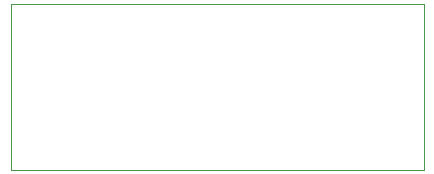
<source format=gbr>
G04 #@! TF.GenerationSoftware,KiCad,Pcbnew,(5.1.10)-1*
G04 #@! TF.CreationDate,2021-09-08T12:00:49+09:00*
G04 #@! TF.ProjectId,driver_v0.3,64726976-6572-45f7-9630-2e332e6b6963,rev?*
G04 #@! TF.SameCoordinates,Original*
G04 #@! TF.FileFunction,Profile,NP*
%FSLAX46Y46*%
G04 Gerber Fmt 4.6, Leading zero omitted, Abs format (unit mm)*
G04 Created by KiCad (PCBNEW (5.1.10)-1) date 2021-09-08 12:00:49*
%MOMM*%
%LPD*%
G01*
G04 APERTURE LIST*
G04 #@! TA.AperFunction,Profile*
%ADD10C,0.050000*%
G04 #@! TD*
G04 APERTURE END LIST*
D10*
X62500000Y-116000000D02*
X62500000Y-102000000D01*
X97500000Y-116000000D02*
X62500000Y-116000000D01*
X97500000Y-102000000D02*
X97500000Y-116000000D01*
X62500000Y-102000000D02*
X97500000Y-102000000D01*
M02*

</source>
